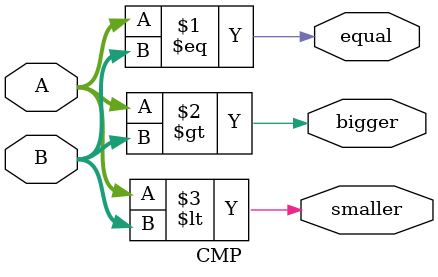
<source format=v>
`timescale 1ns / 1ps
module CMP(
    input [31:0] A,
    input [31:0] B,
    output equal,
    output bigger,
    output smaller
    );

    assign equal=(A==B);
    assign bigger=(A>B);
    assign smaller=(A<B);

endmodule

</source>
